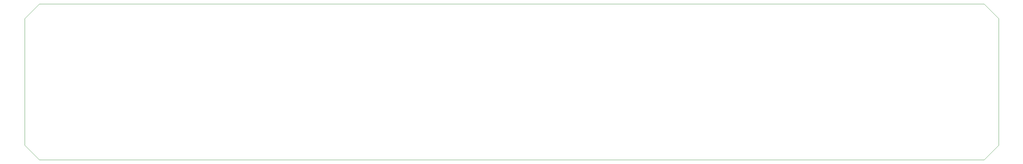
<source format=gbr>
G04 #@! TF.GenerationSoftware,KiCad,Pcbnew,(5.1.5)-3*
G04 #@! TF.CreationDate,2020-07-15T05:41:28-07:00*
G04 #@! TF.ProjectId,pcb,7063622e-6b69-4636-9164-5f7063625858,rev?*
G04 #@! TF.SameCoordinates,Original*
G04 #@! TF.FileFunction,Profile,NP*
%FSLAX46Y46*%
G04 Gerber Fmt 4.6, Leading zero omitted, Abs format (unit mm)*
G04 Created by KiCad (PCBNEW (5.1.5)-3) date 2020-07-15 05:41:28*
%MOMM*%
%LPD*%
G04 APERTURE LIST*
%ADD10C,0.120000*%
%ADD11C,0.050000*%
G04 APERTURE END LIST*
D10*
X275590000Y-116840000D02*
X279400000Y-113030000D01*
X275590000Y-76200000D02*
X279400000Y-80010000D01*
X25400000Y-113030000D02*
X29210000Y-116840000D01*
X29210000Y-76200000D02*
X25400000Y-80010000D01*
D11*
X25400000Y-80010000D02*
X25400000Y-113030000D01*
X29210000Y-116840000D02*
X275590000Y-116840000D01*
X279400000Y-80010000D02*
X279400000Y-113030000D01*
X29210000Y-76200000D02*
X275590000Y-76200000D01*
M02*

</source>
